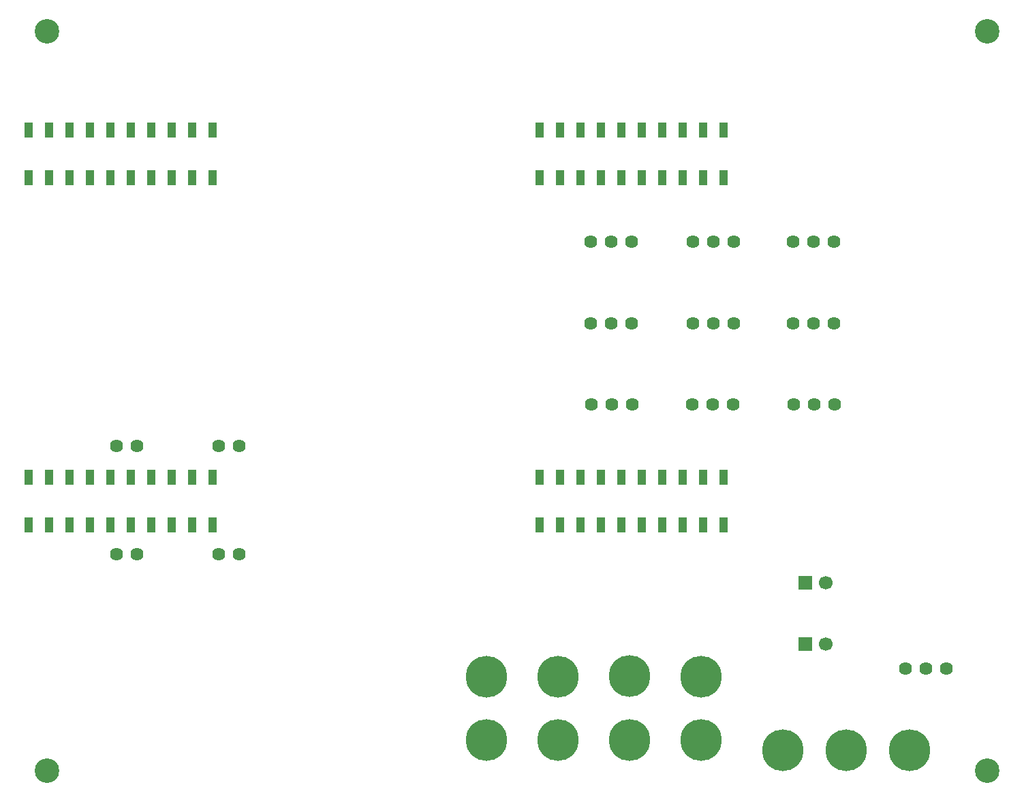
<source format=gbr>
%TF.GenerationSoftware,KiCad,Pcbnew,(5.1.4)-1*%
%TF.CreationDate,2020-11-25T20:19:59-06:00*%
%TF.ProjectId,Armboard,41726d62-6f61-4726-942e-6b696361645f,rev?*%
%TF.SameCoordinates,Original*%
%TF.FileFunction,Soldermask,Bot*%
%TF.FilePolarity,Negative*%
%FSLAX46Y46*%
G04 Gerber Fmt 4.6, Leading zero omitted, Abs format (unit mm)*
G04 Created by KiCad (PCBNEW (5.1.4)-1) date 2020-11-25 20:19:59*
%MOMM*%
%LPD*%
G04 APERTURE LIST*
%ADD10R,1.090600X1.878000*%
%ADD11C,3.046400*%
%ADD12C,1.700000*%
%ADD13R,1.700000X1.700000*%
%ADD14C,5.180000*%
%ADD15C,1.624000*%
G04 APERTURE END LIST*
D10*
%TO.C,U2*%
X99314000Y-54965600D03*
X96774000Y-54965600D03*
X94234000Y-54965600D03*
X91694000Y-54965600D03*
X89154000Y-54965600D03*
X86614000Y-54965600D03*
X84074000Y-54965600D03*
X81534000Y-54965600D03*
X78994000Y-54965600D03*
X76454000Y-54965600D03*
X99314000Y-60858400D03*
X96774000Y-60858400D03*
X94234000Y-60858400D03*
X91694000Y-60858400D03*
X89154000Y-60858400D03*
X86614000Y-60858400D03*
X84074000Y-60858400D03*
X81534000Y-60858400D03*
X78994000Y-60858400D03*
X76454000Y-60858400D03*
X99314000Y-104038400D03*
X96774000Y-104038400D03*
X94234000Y-104038400D03*
X91694000Y-104038400D03*
X89154000Y-104038400D03*
X86614000Y-104038400D03*
X84074000Y-104038400D03*
X81534000Y-104038400D03*
X78994000Y-104038400D03*
X76454000Y-104038400D03*
X99314000Y-98145600D03*
X96774000Y-98145600D03*
X94234000Y-98145600D03*
X91694000Y-98145600D03*
X89154000Y-98145600D03*
X86614000Y-98145600D03*
X84074000Y-98145600D03*
X81534000Y-98145600D03*
X78994000Y-98145600D03*
X76454000Y-98145600D03*
X145034000Y-54965600D03*
X142494000Y-54965600D03*
X139954000Y-54965600D03*
X162814000Y-60858400D03*
X160274000Y-60858400D03*
X157734000Y-60858400D03*
X155194000Y-60858400D03*
X152654000Y-60858400D03*
X150114000Y-60858400D03*
X147574000Y-60858400D03*
X145034000Y-60858400D03*
X142494000Y-60858400D03*
X139954000Y-60858400D03*
X162814000Y-104038400D03*
X157734000Y-104038400D03*
X152654000Y-104038400D03*
X150114000Y-104038400D03*
X147574000Y-104038400D03*
X145034000Y-104038400D03*
X142494000Y-104038400D03*
X162814000Y-98145600D03*
X157734000Y-98145600D03*
X147574000Y-98145600D03*
X145034000Y-98145600D03*
X142494000Y-98145600D03*
X139954000Y-98145600D03*
X152654000Y-98145600D03*
X155194000Y-98145600D03*
X160274000Y-104038400D03*
X147574000Y-54965600D03*
X150114000Y-54965600D03*
X160274000Y-98145600D03*
X155194000Y-104038400D03*
X157734000Y-54965600D03*
X155194000Y-54965600D03*
X150114000Y-98145600D03*
X152654000Y-54965600D03*
X160274000Y-54965600D03*
X162814000Y-54965600D03*
X139954000Y-104038400D03*
%TD*%
D11*
%TO.C,REF\002A\002A*%
X195580000Y-42672000D03*
%TD*%
%TO.C,REF\002A\002A*%
X78740000Y-42672000D03*
%TD*%
%TO.C,REF\002A\002A*%
X78740000Y-134620000D03*
%TD*%
%TO.C,REF\002A\002A*%
X195580000Y-134620000D03*
%TD*%
D12*
%TO.C,47uF2*%
X175474000Y-111252000D03*
D13*
X172974000Y-111252000D03*
%TD*%
D12*
%TO.C,47uF1*%
X175474000Y-118872000D03*
D13*
X172974000Y-118872000D03*
%TD*%
D14*
%TO.C,Conn1*%
X185928000Y-132080000D03*
X178054000Y-132080000D03*
X170180000Y-132080000D03*
%TD*%
D15*
%TO.C,U1*%
X185420000Y-121920000D03*
X187960000Y-121920000D03*
X190500000Y-121920000D03*
%TD*%
D14*
%TO.C,Conn4*%
X160020000Y-122910000D03*
X160020000Y-130810000D03*
%TD*%
%TO.C,Conn3*%
X151104000Y-122897000D03*
X151104000Y-130797000D03*
%TD*%
%TO.C,Conn2*%
X142240000Y-122910000D03*
X142240000Y-130810000D03*
%TD*%
D15*
%TO.C,Conn20*%
X151433000Y-89048000D03*
X148893000Y-89048000D03*
X146353000Y-89048000D03*
%TD*%
%TO.C,Conn19*%
X164013000Y-89048000D03*
X161473000Y-89048000D03*
X158933000Y-89048000D03*
%TD*%
%TO.C,Conn18*%
X176593000Y-89048000D03*
X174053000Y-89048000D03*
X171513000Y-89048000D03*
%TD*%
%TO.C,Conn17*%
X102616000Y-107696000D03*
X100076000Y-107696000D03*
%TD*%
%TO.C,Conn16*%
X102616000Y-94234000D03*
X100076000Y-94234000D03*
%TD*%
%TO.C,Conn15*%
X89916000Y-107696000D03*
X87376000Y-107696000D03*
%TD*%
%TO.C,Conn14*%
X89916000Y-94234000D03*
X87376000Y-94234000D03*
%TD*%
%TO.C,Conn13*%
X176530000Y-78994000D03*
X173990000Y-78994000D03*
X171450000Y-78994000D03*
%TD*%
%TO.C,Conn12*%
X176530000Y-68834000D03*
X173990000Y-68834000D03*
X171450000Y-68834000D03*
%TD*%
%TO.C,Conn11*%
X164084000Y-78994000D03*
X161544000Y-78994000D03*
X159004000Y-78994000D03*
%TD*%
%TO.C,Conn10*%
X164084000Y-68834000D03*
X161544000Y-68834000D03*
X159004000Y-68834000D03*
%TD*%
%TO.C,Conn9*%
X151384000Y-78994000D03*
X148844000Y-78994000D03*
X146304000Y-78994000D03*
%TD*%
%TO.C,Conn8*%
X151384000Y-68834000D03*
X148844000Y-68834000D03*
X146304000Y-68834000D03*
%TD*%
D14*
%TO.C,Conn6*%
X133350000Y-122910000D03*
X133350000Y-130810000D03*
%TD*%
M02*

</source>
